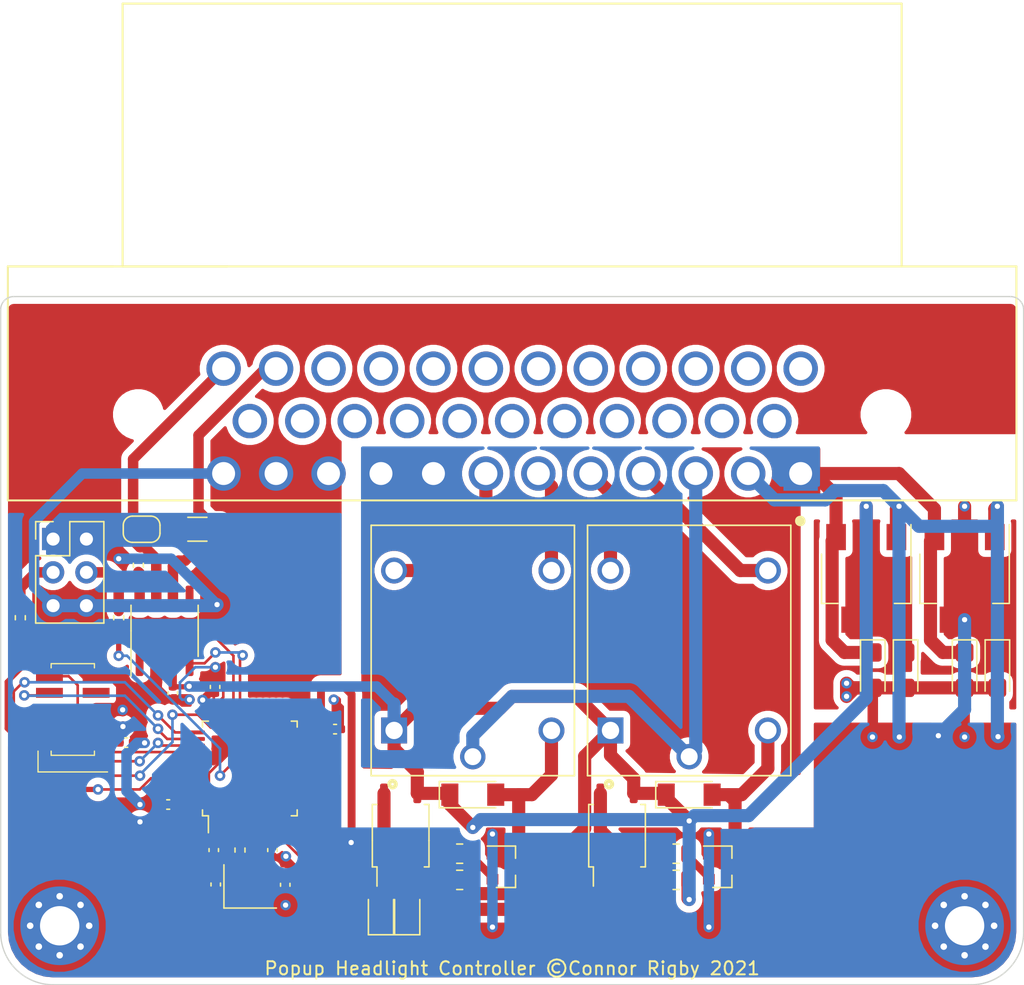
<source format=kicad_pcb>
(kicad_pcb (version 20171130) (host pcbnew 5.1.10)
  (layers (0 F.Cu signal) (31 B.Cu signal) (34 B.Paste user) (35 F.Paste user) (36 B.SilkS user) (37 F.SilkS user) (38 B.Mask user) (39 F.Mask user) (44 Edge.Cuts user))
  (net 0 "")
  (net 1 GND)
  (net 2 +12V)
  (net 3 +3V3)
  (net 4 +5V)
  (net 5 "Net-(D1-Pad2)")
  (net 6 "Net-(D2-Pad2)")
  (net 7 "Net-(D3-Pad2)")
  (net 8 "Net-(D4-Pad2)")
  (net 9 /HL_COM)
  (net 10 /HL1_UP)
  (net 11 /HL2_UP)
  (net 12 /HL1_DN)
  (net 13 /HL2_DN)
  (net 14 /SWDCLK)
  (net 15 /SWDIO)
  (net 16 /SWO)
  (net 17 /CANH)
  (net 18 "Net-(Q1-Pad2)")
  (net 19 "Net-(Q2-Pad2)")
  (net 20 "Net-(R1-Pad1)")
  (net 21 "Net-(R2-Pad1)")
  (net 22 "Net-(R3-Pad2)")
  (net 23 "Net-(R4-Pad2)")
  (net 24 /CANL)
  (net 25 "Net-(JP1-Pad2)")
  (net 26 "Net-(C4-Pad1)")
  (net 27 /HSE_OUT)
  (net 28 /HL1_IN)
  (net 29 /HL2_IN)
  (net 30 /JNTRST)
  (net 31 /TDI)
  (net 32 "Net-(J3-Pad4)")
  (net 33 "Net-(J3-Pad3)")
  (net 34 /BOOT0)
  (net 35 /HSE_IN)
  (net 36 /BOOT1)
  (net 37 "Net-(R9-Pad2)")
  (net 38 /CAN_TX)
  (net 39 /CAN_RX)
  (module Resistor_SMD:R_0402_1005Metric (layer F.Cu) (at 29.5 62.5 270)
    (fp_text reference R9)
    (fp_text value 4.7k)
    (pad 2 smd roundrect (at 0.51 0 270) (size 0.54 0.64) (layers F.Cu F.Paste F.Mask) (net 37 "Net-(R9-Pad2)"))
    (pad 1 smd roundrect (at -0.51 0 270) (size 0.54 0.64) (layers F.Cu F.Paste F.Mask) (net 1 GND))
  )
  (module Resistor_SMD:R_0402_1005Metric (layer F.Cu) (at 28 66.499999 90)
    (fp_text reference R8)
    (fp_text value 100K)
    (pad 2 smd roundrect (at 0.51 0 90) (size 0.54 0.64) (layers F.Cu F.Paste F.Mask) (net 32 "Net-(J3-Pad4)"))
    (pad 1 smd roundrect (at -0.51 0 90) (size 0.54 0.64) (layers F.Cu F.Paste F.Mask) (net 36 /BOOT1))
  )
  (module Resistor_SMD:R_0402_1005Metric (layer F.Cu) (at 37.25 84.225 270)
    (fp_text reference R7)
    (fp_text value 1M)
    (pad 2 smd roundrect (at 0.51 0 270) (size 0.54 0.64) (layers F.Cu F.Paste F.Mask) (net 26 "Net-(C4-Pad1)"))
    (pad 1 smd roundrect (at -0.51 0 270) (size 0.54 0.64) (layers F.Cu F.Paste F.Mask) (net 35 /HSE_IN))
  )
  (module Resistor_SMD:R_0402_1005Metric (layer F.Cu) (at 20.5 66.5 270)
    (fp_text reference R6)
    (fp_text value 100K)
    (pad 2 smd roundrect (at 0.51 0 270) (size 0.54 0.64) (layers F.Cu F.Paste F.Mask) (net 34 /BOOT0))
    (pad 1 smd roundrect (at -0.51 0 270) (size 0.54 0.64) (layers F.Cu F.Paste F.Mask) (net 33 "Net-(J3-Pad3)"))
  )
  (module Connector_PinHeader_2.54mm:PinHeader_2x03_P2.54mm_Vertical (layer F.Cu) (at 23 60.5)
    (fp_text reference J3)
    (fp_text value BOOT)
    (pad 6 thru_hole oval (at 2.54 5.08) (size 1.7 1.7) (drill 1) (layers *.Cu *.Mask) (net 1 GND))
    (pad 5 thru_hole oval (at 0 5.08) (size 1.7 1.7) (drill 1) (layers *.Cu *.Mask) (net 1 GND))
    (pad 4 thru_hole oval (at 2.54 2.54) (size 1.7 1.7) (drill 1) (layers *.Cu *.Mask) (net 32 "Net-(J3-Pad4)"))
    (pad 3 thru_hole oval (at 0 2.54) (size 1.7 1.7) (drill 1) (layers *.Cu *.Mask) (net 33 "Net-(J3-Pad3)"))
    (pad 2 thru_hole oval (at 2.54 0) (size 1.7 1.7) (drill 1) (layers *.Cu *.Mask) (net 3 +3V3))
    (pad 1 thru_hole rect (at 0 0) (size 1.7 1.7) (drill 1) (layers *.Cu *.Mask) (net 3 +3V3))
  )
  (module Capacitor_SMD:C_0402_1005Metric (layer F.Cu) (at 32.125 72.25 270)
    (fp_text reference C13)
    (fp_text value 100n)
    (pad 2 smd roundrect (at 0.48 0 270) (size 0.56 0.62) (layers F.Cu F.Paste F.Mask) (net 1 GND))
    (pad 1 smd roundrect (at -0.48 0 270) (size 0.56 0.62) (layers F.Cu F.Paste F.Mask) (net 4 +5V))
  )
  (module Capacitor_SMD:C_0402_1005Metric (layer F.Cu) (at 35.35 71.78 90)
    (fp_text reference C12)
    (fp_text value 100n)
    (pad 2 smd roundrect (at 0.48 0 90) (size 0.56 0.62) (layers F.Cu F.Paste F.Mask) (net 1 GND))
    (pad 1 smd roundrect (at -0.48 0 90) (size 0.56 0.62) (layers F.Cu F.Paste F.Mask) (net 3 +3V3))
  )
  (module Crystal:Crystal_SMD_3225-4Pin_3.2x2.5mm (layer F.Cu) (at 38.025 87)
    (fp_text reference Y1)
    (fp_text value Crystal_GND24_Small)
    (pad 4 smd rect (at -1.1 -0.85) (size 1.4 1.2) (layers F.Cu F.Paste F.Mask) (net 1 GND))
    (pad 3 smd rect (at 1.1 -0.85) (size 1.4 1.2) (layers F.Cu F.Paste F.Mask) (net 27 /HSE_OUT))
    (pad 2 smd rect (at 1.1 0.85) (size 1.4 1.2) (layers F.Cu F.Paste F.Mask) (net 1 GND))
    (pad 1 smd rect (at -1.1 0.85) (size 1.4 1.2) (layers F.Cu F.Paste F.Mask) (net 26 "Net-(C4-Pad1)"))
  )
  (module miata-headlight-controller:SOP-4_4.1x4.4mm_P2.54mm (layer F.Cu) (at 66 83.5 90)
    (fp_text reference U6)
    (fp_text value "EL357N(B)(TA)-G")
    (pad 1 smd roundrect (at -2.75 -1.27 90) (size 1.5 0.6) (layers F.Cu F.Paste F.Mask) (net 6 "Net-(D2-Pad2)"))
    (pad 2 smd roundrect (at -2.75 1.27 90) (size 1.5 0.6) (layers F.Cu F.Paste F.Mask) (net 21 "Net-(R2-Pad1)"))
    (pad 3 smd roundrect (at 3.6 1.27 90) (size 1.5 0.6) (layers F.Cu F.Paste F.Mask) (net 4 +5V))
    (pad 4 smd roundrect (at 3.6 -1.27 90) (size 1.5 0.6) (layers F.Cu F.Paste F.Mask) (net 23 "Net-(R4-Pad2)"))
  )
  (module miata-headlight-controller:SOP-4_4.1x4.4mm_P2.54mm (layer F.Cu) (at 49.5 83.5 90)
    (fp_text reference U5)
    (fp_text value "EL357N(B)(TA)-G")
    (pad 1 smd roundrect (at -2.75 -1.27 90) (size 1.5 0.6) (layers F.Cu F.Paste F.Mask) (net 5 "Net-(D1-Pad2)"))
    (pad 2 smd roundrect (at -2.75 1.27 90) (size 1.5 0.6) (layers F.Cu F.Paste F.Mask) (net 20 "Net-(R1-Pad1)"))
    (pad 3 smd roundrect (at 3.6 1.27 90) (size 1.5 0.6) (layers F.Cu F.Paste F.Mask) (net 4 +5V))
    (pad 4 smd roundrect (at 3.6 -1.27 90) (size 1.5 0.6) (layers F.Cu F.Paste F.Mask) (net 22 "Net-(R3-Pad2)"))
  )
  (module Package_SO:SOIC-8_3.9x4.9mm_P1.27mm (layer F.Cu) (at 31.5 67.5 90)
    (fp_text reference U4)
    (fp_text value MCP2551-I-SN)
    (pad 1 smd roundrect (at -2.475 -1.905 90) (size 1.95 0.6) (layers F.Cu F.Paste F.Mask) (net 38 /CAN_TX))
    (pad 2 smd roundrect (at -2.475 -0.635 90) (size 1.95 0.6) (layers F.Cu F.Paste F.Mask) (net 1 GND))
    (pad 3 smd roundrect (at -2.475 0.635 90) (size 1.95 0.6) (layers F.Cu F.Paste F.Mask) (net 4 +5V))
    (pad 4 smd roundrect (at -2.475 1.905 90) (size 1.95 0.6) (layers F.Cu F.Paste F.Mask) (net 39 /CAN_RX))
    (pad 5 smd roundrect (at 2.475 1.905 90) (size 1.95 0.6) (layers F.Cu F.Paste F.Mask))
    (pad 6 smd roundrect (at 2.475 0.635 90) (size 1.95 0.6) (layers F.Cu F.Paste F.Mask) (net 24 /CANL))
    (pad 7 smd roundrect (at 2.475 -0.635 90) (size 1.95 0.6) (layers F.Cu F.Paste F.Mask) (net 17 /CANH))
    (pad 8 smd roundrect (at 2.475 -1.905 90) (size 1.95 0.6) (layers F.Cu F.Paste F.Mask) (net 37 "Net-(R9-Pad2)"))
  )
  (module Package_QFP:LQFP-48_7x7mm_P0.5mm (layer F.Cu) (at 38 77.999999 90)
    (fp_text reference U3)
    (fp_text value STM32F103C8Tx)
    (pad 1 smd roundrect (at -4.1625 -2.75 90) (size 1.475 0.3) (layers F.Cu F.Paste F.Mask) (net 3 +3V3))
    (pad 2 smd roundrect (at -4.1625 -2.25 90) (size 1.475 0.3) (layers F.Cu F.Paste F.Mask))
    (pad 3 smd roundrect (at -4.1625 -1.75 90) (size 1.475 0.3) (layers F.Cu F.Paste F.Mask))
    (pad 4 smd roundrect (at -4.1625 -1.25 90) (size 1.475 0.3) (layers F.Cu F.Paste F.Mask))
    (pad 5 smd roundrect (at -4.1625 -0.75 90) (size 1.475 0.3) (layers F.Cu F.Paste F.Mask) (net 35 /HSE_IN))
    (pad 6 smd roundrect (at -4.1625 -0.25 90) (size 1.475 0.3) (layers F.Cu F.Paste F.Mask) (net 27 /HSE_OUT))
    (pad 7 smd roundrect (at -4.1625 0.25 90) (size 1.475 0.3) (layers F.Cu F.Paste F.Mask) (net 3 +3V3))
    (pad 8 smd roundrect (at -4.1625 0.75 90) (size 1.475 0.3) (layers F.Cu F.Paste F.Mask) (net 1 GND))
    (pad 9 smd roundrect (at -4.1625 1.25 90) (size 1.475 0.3) (layers F.Cu F.Paste F.Mask) (net 3 +3V3))
    (pad 10 smd roundrect (at -4.1625 1.75 90) (size 1.475 0.3) (layers F.Cu F.Paste F.Mask))
    (pad 11 smd roundrect (at -4.1625 2.25 90) (size 1.475 0.3) (layers F.Cu F.Paste F.Mask) (net 29 /HL2_IN))
    (pad 12 smd roundrect (at -4.1625 2.75 90) (size 1.475 0.3) (layers F.Cu F.Paste F.Mask) (net 28 /HL1_IN))
    (pad 13 smd roundrect (at -2.75 4.1625 90) (size 0.3 1.475) (layers F.Cu F.Paste F.Mask))
    (pad 14 smd roundrect (at -2.25 4.1625 90) (size 0.3 1.475) (layers F.Cu F.Paste F.Mask))
    (pad 15 smd roundrect (at -1.75 4.1625 90) (size 0.3 1.475) (layers F.Cu F.Paste F.Mask))
    (pad 16 smd roundrect (at -1.25 4.1625 90) (size 0.3 1.475) (layers F.Cu F.Paste F.Mask))
    (pad 17 smd roundrect (at -0.75 4.1625 90) (size 0.3 1.475) (layers F.Cu F.Paste F.Mask))
    (pad 18 smd roundrect (at -0.25 4.1625 90) (size 0.3 1.475) (layers F.Cu F.Paste F.Mask))
    (pad 19 smd roundrect (at 0.25 4.1625 90) (size 0.3 1.475) (layers F.Cu F.Paste F.Mask))
    (pad 20 smd roundrect (at 0.75 4.1625 90) (size 0.3 1.475) (layers F.Cu F.Paste F.Mask) (net 36 /BOOT1))
    (pad 21 smd roundrect (at 1.25 4.1625 90) (size 0.3 1.475) (layers F.Cu F.Paste F.Mask))
    (pad 22 smd roundrect (at 1.75 4.1625 90) (size 0.3 1.475) (layers F.Cu F.Paste F.Mask))
    (pad 23 smd roundrect (at 2.25 4.1625 90) (size 0.3 1.475) (layers F.Cu F.Paste F.Mask) (net 1 GND))
    (pad 24 smd roundrect (at 2.75 4.1625 90) (size 0.3 1.475) (layers F.Cu F.Paste F.Mask) (net 3 +3V3))
    (pad 25 smd roundrect (at 4.1625 2.75 90) (size 1.475 0.3) (layers F.Cu F.Paste F.Mask))
    (pad 26 smd roundrect (at 4.1625 2.25 90) (size 1.475 0.3) (layers F.Cu F.Paste F.Mask))
    (pad 27 smd roundrect (at 4.1625 1.75 90) (size 1.475 0.3) (layers F.Cu F.Paste F.Mask))
    (pad 28 smd roundrect (at 4.1625 1.25 90) (size 1.475 0.3) (layers F.Cu F.Paste F.Mask))
    (pad 29 smd roundrect (at 4.1625 0.75 90) (size 1.475 0.3) (layers F.Cu F.Paste F.Mask))
    (pad 30 smd roundrect (at 4.1625 0.25 90) (size 1.475 0.3) (layers F.Cu F.Paste F.Mask))
    (pad 31 smd roundrect (at 4.1625 -0.25 90) (size 1.475 0.3) (layers F.Cu F.Paste F.Mask))
    (pad 32 smd roundrect (at 4.1625 -0.75 90) (size 1.475 0.3) (layers F.Cu F.Paste F.Mask) (net 39 /CAN_RX))
    (pad 33 smd roundrect (at 4.1625 -1.25 90) (size 1.475 0.3) (layers F.Cu F.Paste F.Mask) (net 38 /CAN_TX))
    (pad 34 smd roundrect (at 4.1625 -1.75 90) (size 1.475 0.3) (layers F.Cu F.Paste F.Mask) (net 15 /SWDIO))
    (pad 35 smd roundrect (at 4.1625 -2.25 90) (size 1.475 0.3) (layers F.Cu F.Paste F.Mask) (net 1 GND))
    (pad 36 smd roundrect (at 4.1625 -2.75 90) (size 1.475 0.3) (layers F.Cu F.Paste F.Mask) (net 3 +3V3))
    (pad 37 smd roundrect (at 2.75 -4.1625 90) (size 0.3 1.475) (layers F.Cu F.Paste F.Mask) (net 14 /SWDCLK))
    (pad 38 smd roundrect (at 2.25 -4.1625 90) (size 0.3 1.475) (layers F.Cu F.Paste F.Mask) (net 31 /TDI))
    (pad 39 smd roundrect (at 1.75 -4.1625 90) (size 0.3 1.475) (layers F.Cu F.Paste F.Mask) (net 16 /SWO))
    (pad 40 smd roundrect (at 1.25 -4.1625 90) (size 0.3 1.475) (layers F.Cu F.Paste F.Mask) (net 30 /JNTRST))
    (pad 41 smd roundrect (at 0.75 -4.1625 90) (size 0.3 1.475) (layers F.Cu F.Paste F.Mask))
    (pad 42 smd roundrect (at 0.25 -4.1625 90) (size 0.3 1.475) (layers F.Cu F.Paste F.Mask))
    (pad 43 smd roundrect (at -0.25 -4.1625 90) (size 0.3 1.475) (layers F.Cu F.Paste F.Mask))
    (pad 44 smd roundrect (at -0.75 -4.1625 90) (size 0.3 1.475) (layers F.Cu F.Paste F.Mask) (net 34 /BOOT0))
    (pad 45 smd roundrect (at -1.25 -4.1625 90) (size 0.3 1.475) (layers F.Cu F.Paste F.Mask))
    (pad 46 smd roundrect (at -1.75 -4.1625 90) (size 0.3 1.475) (layers F.Cu F.Paste F.Mask))
    (pad 47 smd roundrect (at -2.25 -4.1625 90) (size 0.3 1.475) (layers F.Cu F.Paste F.Mask) (net 1 GND))
    (pad 48 smd roundrect (at -2.75 -4.1625 90) (size 0.3 1.475) (layers F.Cu F.Paste F.Mask) (net 3 +3V3))
  )
  (module Package_TO_SOT_SMD:SOT-223-3_TabPin2 (layer F.Cu) (at 85 63.5 270)
    (fp_text reference U2)
    (fp_text value AMS1117-5.0)
    (pad 1 smd rect (at -3.15 -2.3 270) (size 2 1.5) (layers F.Cu F.Paste F.Mask) (net 1 GND))
    (pad 3 smd rect (at -3.15 2.3 270) (size 2 1.5) (layers F.Cu F.Paste F.Mask) (net 2 +12V))
    (pad 2 smd rect (at -3.15 0 270) (size 2 1.5) (layers F.Cu F.Paste F.Mask) (net 4 +5V))
    (pad 2 smd rect (at 3.15 0 270) (size 2 3.8) (layers F.Cu F.Paste F.Mask) (net 4 +5V))
  )
  (module Package_TO_SOT_SMD:SOT-223-3_TabPin2 (layer F.Cu) (at 92.5 63.5 270)
    (fp_text reference U1)
    (fp_text value AMS1117-3.3)
    (pad 1 smd rect (at -3.15 -2.3 270) (size 2 1.5) (layers F.Cu F.Paste F.Mask) (net 1 GND))
    (pad 3 smd rect (at -3.15 2.3 270) (size 2 1.5) (layers F.Cu F.Paste F.Mask) (net 2 +12V))
    (pad 2 smd rect (at -3.15 0 270) (size 2 1.5) (layers F.Cu F.Paste F.Mask) (net 3 +3V3))
    (pad 2 smd rect (at 3.15 0 270) (size 2 3.8) (layers F.Cu F.Paste F.Mask) (net 3 +3V3))
  )
  (module Resistor_SMD:R_1206_3216Metric (layer F.Cu) (at 34 59.75 180)
    (fp_text reference R5)
    (fp_text value 120)
    (pad 2 smd roundrect (at 1.4625 0 180) (size 1.125 1.75) (layers F.Cu F.Paste F.Mask) (roundrect_rratio 0.222222) (net 25 "Net-(JP1-Pad2)"))
    (pad 1 smd roundrect (at -1.4625 0 180) (size 1.125 1.75) (layers F.Cu F.Paste F.Mask) (roundrect_rratio 0.222222) (net 24 /CANL))
  )
  (module Resistor_SMD:R_0805_2012Metric (layer F.Cu) (at 70.5 84.5 180)
    (fp_text reference R4)
    (fp_text value 510)
    (pad 2 smd roundrect (at 0.9125 0 180) (size 1.025 1.4) (layers F.Cu F.Paste F.Mask) (roundrect_rratio 0.243902) (net 23 "Net-(R4-Pad2)"))
    (pad 1 smd roundrect (at -0.9125 0 180) (size 1.025 1.4) (layers F.Cu F.Paste F.Mask) (roundrect_rratio 0.243902) (net 19 "Net-(Q2-Pad2)"))
  )
  (module Resistor_SMD:R_0805_2012Metric (layer F.Cu) (at 54 84.5 180)
    (fp_text reference R3)
    (fp_text value 510)
    (pad 2 smd roundrect (at 0.9125 0 180) (size 1.025 1.4) (layers F.Cu F.Paste F.Mask) (roundrect_rratio 0.243902) (net 22 "Net-(R3-Pad2)"))
    (pad 1 smd roundrect (at -0.9125 0 180) (size 1.025 1.4) (layers F.Cu F.Paste F.Mask) (roundrect_rratio 0.243902) (net 18 "Net-(Q1-Pad2)"))
  )
  (module Resistor_SMD:R_0805_2012Metric (layer F.Cu) (at 70.5 86.5)
    (fp_text reference R2)
    (fp_text value 1k)
    (pad 2 smd roundrect (at 0.9125 0) (size 1.025 1.4) (layers F.Cu F.Paste F.Mask) (roundrect_rratio 0.243902) (net 4 +5V))
    (pad 1 smd roundrect (at -0.9125 0) (size 1.025 1.4) (layers F.Cu F.Paste F.Mask) (roundrect_rratio 0.243902) (net 21 "Net-(R2-Pad1)"))
  )
  (module Resistor_SMD:R_0805_2012Metric (layer F.Cu) (at 54 86.5)
    (fp_text reference R1)
    (fp_text value 1k)
    (pad 2 smd roundrect (at 0.9125 0) (size 1.025 1.4) (layers F.Cu F.Paste F.Mask) (roundrect_rratio 0.243902) (net 4 +5V))
    (pad 1 smd roundrect (at -0.9125 0) (size 1.025 1.4) (layers F.Cu F.Paste F.Mask) (roundrect_rratio 0.243902) (net 20 "Net-(R1-Pad1)"))
  )
  (module Package_TO_SOT_SMD:SOT-23 (layer F.Cu) (at 74 85.5)
    (fp_text reference Q2)
    (fp_text value S8050)
    (pad 3 smd rect (at 1 0) (size 0.9 0.8) (layers F.Cu F.Paste F.Mask) (net 8 "Net-(D4-Pad2)"))
    (pad 2 smd rect (at -1 0.95) (size 0.9 0.8) (layers F.Cu F.Paste F.Mask) (net 19 "Net-(Q2-Pad2)"))
    (pad 1 smd rect (at -1 -0.95) (size 0.9 0.8) (layers F.Cu F.Paste F.Mask) (net 1 GND))
  )
  (module Package_TO_SOT_SMD:SOT-23 (layer F.Cu) (at 57.5 85.5)
    (fp_text reference Q1)
    (fp_text value S8050)
    (pad 3 smd rect (at 1 0) (size 0.9 0.8) (layers F.Cu F.Paste F.Mask) (net 7 "Net-(D3-Pad2)"))
    (pad 2 smd rect (at -1 0.95) (size 0.9 0.8) (layers F.Cu F.Paste F.Mask) (net 18 "Net-(Q1-Pad2)"))
    (pad 1 smd rect (at -1 -0.95) (size 0.9 0.8) (layers F.Cu F.Paste F.Mask) (net 1 GND))
  )
  (module SRD-05VDC-SL-C:RELAY_SRD-05VDC-SL-C (layer F.Cu) (at 71.5 69 90)
    (fp_text reference K2)
    (fp_text value SRD-05VDC-SL-C)
    (pad NC thru_hole circle (at 6.1 -6 90) (size 1.98 1.98) (drill 1.32) (layers *.Cu *.Mask) (net 13 /HL2_DN))
    (pad NO thru_hole circle (at 6.1 6 90) (size 1.98 1.98) (drill 1.32) (layers *.Cu *.Mask) (net 11 /HL2_UP))
    (pad A2 thru_hole circle (at -6.1 6 90) (size 1.98 1.98) (drill 1.32) (layers *.Cu *.Mask) (net 8 "Net-(D4-Pad2)"))
    (pad COM thru_hole circle (at -8.1 0 90) (size 1.935 1.935) (drill 1.29) (layers *.Cu *.Mask) (net 9 /HL_COM))
    (pad A1 thru_hole rect (at -6.1 -6 90) (size 1.98 1.98) (drill 1.32) (layers *.Cu *.Mask) (net 4 +5V))
  )
  (module SRD-05VDC-SL-C:RELAY_SRD-05VDC-SL-C (layer F.Cu) (at 55 69 90)
    (fp_text reference K1)
    (fp_text value SRD-05VDC-SL-C)
    (pad NC thru_hole circle (at 6.1 -6 90) (size 1.98 1.98) (drill 1.32) (layers *.Cu *.Mask) (net 12 /HL1_DN))
    (pad NO thru_hole circle (at 6.1 6 90) (size 1.98 1.98) (drill 1.32) (layers *.Cu *.Mask) (net 10 /HL1_UP))
    (pad A2 thru_hole circle (at -6.1 6 90) (size 1.98 1.98) (drill 1.32) (layers *.Cu *.Mask) (net 7 "Net-(D3-Pad2)"))
    (pad COM thru_hole circle (at -8.1 0 90) (size 1.935 1.935) (drill 1.29) (layers *.Cu *.Mask) (net 9 /HL_COM))
    (pad A1 thru_hole rect (at -6.1 -6 90) (size 1.98 1.98) (drill 1.32) (layers *.Cu *.Mask) (net 4 +5V))
  )
  (module Jumper:SolderJumper-2_P1.3mm_Open_RoundedPad1.0x1.5mm (layer F.Cu) (at 29.75 59.75)
    (fp_text reference JP1)
    (fp_text value Jumper_NO_Small)
    (pad 2 smd custom (at 0.65 0) (size 1 0.5) (layers F.Cu F.Mask) (net 25 "Net-(JP1-Pad2)") (options (clearance outline) (anchor rect)) (primitives (gr_circle (center 0 0.25) (end 0.5 0.25) (width 0)) (gr_circle (center 0 -0.25) (end 0.5 -0.25) (width 0)) (gr_poly (pts (xy 0 -0.75) (xy -0.5 -0.75) (xy -0.5 0.75) (xy 0 0.75)) (width 0))))
    (pad 1 smd custom (at -0.65 0) (size 1 0.5) (layers F.Cu F.Mask) (net 17 /CANH) (options (clearance outline) (anchor rect)) (primitives (gr_circle (center 0 0.25) (end 0.5 0.25) (width 0)) (gr_circle (center 0 -0.25) (end 0.5 -0.25) (width 0)) (gr_poly (pts (xy 0 -0.75) (xy 0.5 -0.75) (xy 0.5 0.75) (xy 0 0.75)) (width 0))))
  )
  (module Connector_Automotive:TE_776180-1 (layer F.Cu) (at 58 51.5 180)
    (fp_text reference J2)
    (fp_text value 776180-1)
    (pad None np_thru_hole circle (at -28.5 0.5 180) (size 2.85 2.85) (drill 2.85) (layers *.Cu *.Mask))
    (pad 1 thru_hole rect (at -22 -4 180) (size 2.625 2.625) (drill 1.75) (layers *.Cu *.Mask) (net 2 +12V))
    (pad 2 thru_hole circle (at -18 -4 180) (size 2.625 2.625) (drill 1.75) (layers *.Cu *.Mask) (net 1 GND))
    (pad 3 thru_hole circle (at -14 -4 180) (size 2.625 2.625) (drill 1.75) (layers *.Cu *.Mask) (net 9 /HL_COM))
    (pad 4 thru_hole circle (at -10 -4 180) (size 2.625 2.625) (drill 1.75) (layers *.Cu *.Mask) (net 11 /HL2_UP))
    (pad 5 thru_hole circle (at -6 -4 180) (size 2.625 2.625) (drill 1.75) (layers *.Cu *.Mask) (net 13 /HL2_DN))
    (pad 6 thru_hole circle (at -2 -4 180) (size 2.625 2.625) (drill 1.75) (layers *.Cu *.Mask) (net 10 /HL1_UP))
    (pad 7 thru_hole circle (at 2 -4 180) (size 2.625 2.625) (drill 1.75) (layers *.Cu *.Mask) (net 12 /HL1_DN))
    (pad 8 thru_hole circle (at 6 -4 180) (size 2.625 2.625) (drill 1.75) (layers *.Cu *.Mask) (net 2 +12V))
    (pad 9 thru_hole circle (at 10 -4 180) (size 2.625 2.625) (drill 1.75) (layers *.Cu *.Mask) (net 2 +12V))
    (pad 10 thru_hole circle (at 14 -4 180) (size 2.625 2.625) (drill 1.75) (layers *.Cu *.Mask) (net 1 GND))
    (pad 11 thru_hole circle (at 18 -4 180) (size 2.625 2.625) (drill 1.75) (layers *.Cu *.Mask) (net 1 GND))
    (pad 12 thru_hole circle (at 22 -4 180) (size 2.625 2.625) (drill 1.75) (layers *.Cu *.Mask) (net 1 GND))
    (pad 13 thru_hole circle (at -20 0 180) (size 2.625 2.625) (drill 1.75) (layers *.Cu *.Mask))
    (pad 14 thru_hole circle (at -16 0 180) (size 2.625 2.625) (drill 1.75) (layers *.Cu *.Mask))
    (pad 15 thru_hole circle (at -12 0 180) (size 2.625 2.625) (drill 1.75) (layers *.Cu *.Mask))
    (pad 16 thru_hole circle (at -8 0 180) (size 2.625 2.625) (drill 1.75) (layers *.Cu *.Mask))
    (pad 17 thru_hole circle (at -4 0 180) (size 2.625 2.625) (drill 1.75) (layers *.Cu *.Mask))
    (pad 18 thru_hole circle (at 0 0 180) (size 2.625 2.625) (drill 1.75) (layers *.Cu *.Mask))
    (pad 19 thru_hole circle (at 4 0 180) (size 2.625 2.625) (drill 1.75) (layers *.Cu *.Mask))
    (pad 20 thru_hole circle (at 8 0 180) (size 2.625 2.625) (drill 1.75) (layers *.Cu *.Mask))
    (pad 21 thru_hole circle (at 12 0 180) (size 2.625 2.625) (drill 1.75) (layers *.Cu *.Mask))
    (pad 22 thru_hole circle (at 16 0 180) (size 2.625 2.625) (drill 1.75) (layers *.Cu *.Mask))
    (pad 23 thru_hole circle (at 20 0 180) (size 2.625 2.625) (drill 1.75) (layers *.Cu *.Mask))
    (pad None np_thru_hole circle (at 28.5 0.5 180) (size 2.85 2.85) (drill 2.85) (layers *.Cu *.Mask))
    (pad 24 thru_hole circle (at -22 4 180) (size 2.625 2.625) (drill 1.75) (layers *.Cu *.Mask))
    (pad 25 thru_hole circle (at -18 4 180) (size 2.625 2.625) (drill 1.75) (layers *.Cu *.Mask))
    (pad 26 thru_hole circle (at -14 4 180) (size 2.625 2.625) (drill 1.75) (layers *.Cu *.Mask))
    (pad 27 thru_hole circle (at -10 4 180) (size 2.625 2.625) (drill 1.75) (layers *.Cu *.Mask))
    (pad 28 thru_hole circle (at -6 4 180) (size 2.625 2.625) (drill 1.75) (layers *.Cu *.Mask))
    (pad 29 thru_hole circle (at -2 4 180) (size 2.625 2.625) (drill 1.75) (layers *.Cu *.Mask))
    (pad 30 thru_hole circle (at 2 4 180) (size 2.625 2.625) (drill 1.75) (layers *.Cu *.Mask))
    (pad 31 thru_hole circle (at 6 4 180) (size 2.625 2.625) (drill 1.75) (layers *.Cu *.Mask))
    (pad 32 thru_hole circle (at 10 4 180) (size 2.625 2.625) (drill 1.75) (layers *.Cu *.Mask))
    (pad 33 thru_hole circle (at 14 4 180) (size 2.625 2.625) (drill 1.75) (layers *.Cu *.Mask))
    (pad 34 thru_hole circle (at 18 4 180) (size 2.625 2.625) (drill 1.75) (layers *.Cu *.Mask) (net 24 /CANL))
    (pad 35 thru_hole circle (at 22 4 180) (size 2.625 2.625) (drill 1.75) (layers *.Cu *.Mask) (net 17 /CANH))
  )
  (module Connector_SWD:20021221-00010C4LF (layer F.Cu) (at 24.5 73.5 90)
    (fp_text reference J1)
    (fp_text value Conn_ARM_JTAG_SWD_10)
    (pad 1 smd rect (at -2.54 1.78 90) (size 0.76 2.05) (layers F.Cu F.Paste F.Mask) (net 3 +3V3))
    (pad 2 smd rect (at -2.54 -1.78 90) (size 0.76 2.05) (layers F.Cu F.Paste F.Mask) (net 15 /SWDIO))
    (pad 3 smd rect (at -1.27 1.78 90) (size 0.76 2.05) (layers F.Cu F.Paste F.Mask) (net 1 GND))
    (pad 4 smd rect (at -1.27 -1.78 90) (size 0.76 2.05) (layers F.Cu F.Paste F.Mask) (net 14 /SWDCLK))
    (pad 5 smd rect (at 0 1.78 90) (size 0.76 2.05) (layers F.Cu F.Paste F.Mask) (net 1 GND))
    (pad 6 smd rect (at 0 -1.78 90) (size 0.76 2.05) (layers F.Cu F.Paste F.Mask) (net 16 /SWO))
    (pad 7 smd rect (at 1.27 1.78 90) (size 0.76 2.05) (layers F.Cu F.Paste F.Mask))
    (pad 8 smd rect (at 1.27 -1.78 90) (size 0.76 2.05) (layers F.Cu F.Paste F.Mask) (net 31 /TDI))
    (pad 9 smd rect (at 2.54 1.78 90) (size 0.76 2.05) (layers F.Cu F.Paste F.Mask) (net 1 GND))
    (pad 10 smd rect (at 2.54 -1.78 90) (size 0.76 2.05) (layers F.Cu F.Paste F.Mask) (net 30 /JNTRST))
  )
  (module MountingHole:MountingHole_3mm_Pad_Via (layer F.Cu) (at 92.5 90)
    (fp_text reference H2)
    (fp_text value MountingHole_Pad)
    (pad 1 thru_hole circle (at 1.59099 -1.59099) (size 0.8 0.8) (drill 0.5) (layers *.Cu *.Mask) (net 1 GND))
    (pad 1 thru_hole circle (at 0 -2.25) (size 0.8 0.8) (drill 0.5) (layers *.Cu *.Mask) (net 1 GND))
    (pad 1 thru_hole circle (at -1.59099 -1.59099) (size 0.8 0.8) (drill 0.5) (layers *.Cu *.Mask) (net 1 GND))
    (pad 1 thru_hole circle (at -2.25 0) (size 0.8 0.8) (drill 0.5) (layers *.Cu *.Mask) (net 1 GND))
    (pad 1 thru_hole circle (at -1.59099 1.59099) (size 0.8 0.8) (drill 0.5) (layers *.Cu *.Mask) (net 1 GND))
    (pad 1 thru_hole circle (at 0 2.25) (size 0.8 0.8) (drill 0.5) (layers *.Cu *.Mask) (net 1 GND))
    (pad 1 thru_hole circle (at 1.59099 1.59099) (size 0.8 0.8) (drill 0.5) (layers *.Cu *.Mask) (net 1 GND))
    (pad 1 thru_hole circle (at 2.25 0) (size 0.8 0.8) (drill 0.5) (layers *.Cu *.Mask) (net 1 GND))
    (pad 1 thru_hole circle (at 0 0) (size 6 6) (drill 3) (layers *.Cu *.Mask) (net 1 GND))
  )
  (module MountingHole:MountingHole_3mm_Pad_Via (layer F.Cu) (at 23.5 90)
    (fp_text reference H1)
    (fp_text value MountingHole_Pad)
    (pad 1 thru_hole circle (at 1.59099 -1.59099) (size 0.8 0.8) (drill 0.5) (layers *.Cu *.Mask) (net 1 GND))
    (pad 1 thru_hole circle (at 0 -2.25) (size 0.8 0.8) (drill 0.5) (layers *.Cu *.Mask) (net 1 GND))
    (pad 1 thru_hole circle (at -1.59099 -1.59099) (size 0.8 0.8) (drill 0.5) (layers *.Cu *.Mask) (net 1 GND))
    (pad 1 thru_hole circle (at -2.25 0) (size 0.8 0.8) (drill 0.5) (layers *.Cu *.Mask) (net 1 GND))
    (pad 1 thru_hole circle (at -1.59099 1.59099) (size 0.8 0.8) (drill 0.5) (layers *.Cu *.Mask) (net 1 GND))
    (pad 1 thru_hole circle (at 0 2.25) (size 0.8 0.8) (drill 0.5) (layers *.Cu *.Mask) (net 1 GND))
    (pad 1 thru_hole circle (at 1.59099 1.59099) (size 0.8 0.8) (drill 0.5) (layers *.Cu *.Mask) (net 1 GND))
    (pad 1 thru_hole circle (at 2.25 0) (size 0.8 0.8) (drill 0.5) (layers *.Cu *.Mask) (net 1 GND))
    (pad 1 thru_hole circle (at 0 0) (size 6 6) (drill 3) (layers *.Cu *.Mask) (net 1 GND))
  )
  (module Diode_SMD:D_MiniMELF (layer F.Cu) (at 71.5 80)
    (fp_text reference D4)
    (fp_text value ZMM5V6)
    (pad 2 smd rect (at 1.75 0) (size 1.3 1.7) (layers F.Cu F.Paste F.Mask) (net 8 "Net-(D4-Pad2)"))
    (pad 1 smd rect (at -1.75 0) (size 1.3 1.7) (layers F.Cu F.Paste F.Mask) (net 4 +5V))
  )
  (module Diode_SMD:D_MiniMELF (layer F.Cu) (at 55 80)
    (fp_text reference D3)
    (fp_text value ZMM5V6)
    (pad 2 smd rect (at 1.75 0) (size 1.3 1.7) (layers F.Cu F.Paste F.Mask) (net 7 "Net-(D3-Pad2)"))
    (pad 1 smd rect (at -1.75 0) (size 1.3 1.7) (layers F.Cu F.Paste F.Mask) (net 4 +5V))
  )
  (module LED_SMD:LED_0805_2012Metric (layer F.Cu) (at 50 89 90)
    (fp_text reference D2)
    (fp_text value RED)
    (pad 2 smd roundrect (at 0.9375 0 90) (size 0.975 1.4) (layers F.Cu F.Paste F.Mask) (net 6 "Net-(D2-Pad2)"))
    (pad 1 smd roundrect (at -0.9375 0 90) (size 0.975 1.4) (layers F.Cu F.Paste F.Mask) (net 29 /HL2_IN))
  )
  (module LED_SMD:LED_0805_2012Metric (layer F.Cu) (at 48 89 90)
    (fp_text reference D1)
    (fp_text value RED)
    (pad 2 smd roundrect (at 0.9375 0 90) (size 0.975 1.4) (layers F.Cu F.Paste F.Mask) (net 5 "Net-(D1-Pad2)"))
    (pad 1 smd roundrect (at -0.9375 0 90) (size 0.975 1.4) (layers F.Cu F.Paste F.Mask) (net 28 /HL1_IN))
  )
  (module Capacitor_SMD:C_0402_1005Metric (layer F.Cu) (at 39.725 84.225 270)
    (fp_text reference C11)
    (fp_text value 100n)
    (pad 2 smd roundrect (at 0.48 0 270) (size 0.56 0.62) (layers F.Cu F.Paste F.Mask) (net 1 GND))
    (pad 1 smd roundrect (at -0.48 0 270) (size 0.56 0.62) (layers F.Cu F.Paste F.Mask) (net 3 +3V3))
  )
  (module Capacitor_SMD:C_0402_1005Metric (layer F.Cu) (at 31.775 80.75 180)
    (fp_text reference C10)
    (fp_text value 100n)
    (pad 2 smd roundrect (at 0.48 0 180) (size 0.56 0.62) (layers F.Cu F.Paste F.Mask) (net 1 GND))
    (pad 1 smd roundrect (at -0.48 0 180) (size 0.56 0.62) (layers F.Cu F.Paste F.Mask) (net 3 +3V3))
  )
  (module Capacitor_SMD:C_0402_1005Metric (layer F.Cu) (at 35.25 84.225 270)
    (fp_text reference C9)
    (fp_text value 100n)
    (pad 2 smd roundrect (at 0.48 0 270) (size 0.56 0.62) (layers F.Cu F.Paste F.Mask) (net 1 GND))
    (pad 1 smd roundrect (at -0.48 0 270) (size 0.56 0.62) (layers F.Cu F.Paste F.Mask) (net 3 +3V3))
  )
  (module Capacitor_SMD:C_0402_1005Metric (layer F.Cu) (at 44.5 75)
    (fp_text reference C8)
    (fp_text value 100n)
    (pad 2 smd roundrect (at 0.48 0) (size 0.56 0.62) (layers F.Cu F.Paste F.Mask) (net 1 GND))
    (pad 1 smd roundrect (at -0.48 0) (size 0.56 0.62) (layers F.Cu F.Paste F.Mask) (net 3 +3V3))
  )
  (module Capacitor_Tantalum_SMD:CP_EIA-3216-18_Kemet-A (layer F.Cu) (at 88 70.5 270)
    (fp_text reference C7)
    (fp_text value 10u)
    (pad 2 smd roundrect (at 1.35 0 270) (size 1.4 1.35) (layers F.Cu F.Paste F.Mask) (roundrect_rratio 0.185185) (net 1 GND))
    (pad 1 smd roundrect (at -1.35 0 270) (size 1.4 1.35) (layers F.Cu F.Paste F.Mask) (roundrect_rratio 0.185185) (net 4 +5V))
  )
  (module Capacitor_SMD:C_0402_1005Metric (layer F.Cu) (at 40.7 86.875 270)
    (fp_text reference C6)
    (fp_text value 12p)
    (pad 2 smd roundrect (at 0.48 0 270) (size 0.56 0.62) (layers F.Cu F.Paste F.Mask) (net 1 GND))
    (pad 1 smd roundrect (at -0.48 0 270) (size 0.56 0.62) (layers F.Cu F.Paste F.Mask) (net 27 /HSE_OUT))
  )
  (module Capacitor_SMD:C_0402_1005Metric (layer F.Cu) (at 28.575 76.025)
    (fp_text reference C5)
    (fp_text value 100n)
    (pad 2 smd roundrect (at 0.48 0) (size 0.56 0.62) (layers F.Cu F.Paste F.Mask) (net 1 GND))
    (pad 1 smd roundrect (at -0.48 0) (size 0.56 0.62) (layers F.Cu F.Paste F.Mask) (net 3 +3V3))
  )
  (module Capacitor_SMD:C_0402_1005Metric (layer F.Cu) (at 35.4 86.85 90)
    (fp_text reference C4)
    (fp_text value 12p)
    (pad 2 smd roundrect (at 0.48 0 90) (size 0.56 0.62) (layers F.Cu F.Paste F.Mask) (net 1 GND))
    (pad 1 smd roundrect (at -0.48 0 90) (size 0.56 0.62) (layers F.Cu F.Paste F.Mask) (net 26 "Net-(C4-Pad1)"))
  )
  (module Capacitor_Tantalum_SMD:CP_EIA-3216-18_Kemet-A (layer F.Cu) (at 92.5 70.5 270)
    (fp_text reference C3)
    (fp_text value 10u)
    (pad 2 smd roundrect (at 1.35 0 270) (size 1.4 1.35) (layers F.Cu F.Paste F.Mask) (roundrect_rratio 0.185185) (net 1 GND))
    (pad 1 smd roundrect (at -1.35 0 270) (size 1.4 1.35) (layers F.Cu F.Paste F.Mask) (roundrect_rratio 0.185185) (net 2 +12V))
  )
  (module Capacitor_Tantalum_SMD:CP_EIA-3216-18_Kemet-A (layer F.Cu) (at 95 70.5 270)
    (fp_text reference C2)
    (fp_text value 10u)
    (pad 2 smd roundrect (at 1.35 0 270) (size 1.4 1.35) (layers F.Cu F.Paste F.Mask) (roundrect_rratio 0.185185) (net 1 GND))
    (pad 1 smd roundrect (at -1.35 0 270) (size 1.4 1.35) (layers F.Cu F.Paste F.Mask) (roundrect_rratio 0.185185) (net 3 +3V3))
  )
  (module Capacitor_Tantalum_SMD:CP_EIA-3216-18_Kemet-A (layer F.Cu) (at 85.5 70.5 270)
    (fp_text reference C1)
    (fp_text value 10u)
    (pad 2 smd roundrect (at 1.35 0 270) (size 1.4 1.35) (layers F.Cu F.Paste F.Mask) (roundrect_rratio 0.185185) (net 1 GND))
    (pad 1 smd roundrect (at -1.35 0 270) (size 1.4 1.35) (layers F.Cu F.Paste F.Mask) (roundrect_rratio 0.185185) (net 2 +12V))
  )
  (gr_text "Popup Headlight Controller ©Connor Rigby 2021" (at 58 93.25) (layer F.SilkS) (effects (font (size 1 1))))
  (gr_arc (start 23 90.5) (end 19 90.5) (angle -90) (layer Edge.Cuts) (width 0.1))
  (gr_arc (start 93 90.5) (end 93 94.5) (angle -90) (layer Edge.Cuts) (width 0.1))
  (gr_arc (start 96 43) (end 97 43) (angle -90) (layer Edge.Cuts) (width 0.1))
  (gr_arc (start 20 43) (end 20 42) (angle -90) (layer Edge.Cuts) (width 0.1))
  (gr_line (start 97 43) (end 97 90.5) (layer Edge.Cuts) (width 0.1))
  (gr_line (start 20 42) (end 96 42) (layer Edge.Cuts) (width 0.1))
  (gr_line (start 19 90.5) (end 19 43) (layer Edge.Cuts) (width 0.1))
  (gr_line (start 93 94.5) (end 23 94.5) (layer Edge.Cuts) (width 0.1))
  (via (at 73 83) (size 0.8) (drill 0.4) (layers F.Cu B.Cu) (net 1))
  (segment (start 73 84.55) (end 73 83) (width 1) (layer F.Cu) (net 1))
  (via (at 56.5 83) (size 0.8) (drill 0.4) (layers F.Cu B.Cu) (net 1))
  (segment (start 56.5 84.55) (end 56.5 83) (width 1) (layer F.Cu) (net 1))
  (via (at 87.5 58) (size 0.8) (drill 0.4) (layers F.Cu B.Cu) (net 1))
  (segment (start 87.3 58.2) (end 87.5 58) (width 1) (layer F.Cu) (net 1))
  (segment (start 87.3 60.35) (end 87.3 58.2) (width 1) (layer F.Cu) (net 1))
  (via (at 95 58) (size 0.8) (drill 0.4) (layers F.Cu B.Cu) (net 1))
  (segment (start 94.8 58.2) (end 95 58) (width 1) (layer F.Cu) (net 1))
  (segment (start 94.8 60.35) (end 94.8 58.2) (width 1) (layer F.Cu) (net 1))
  (segment (start 95 71.85) (end 92.5 71.85) (width 1) (layer F.Cu) (net 1))
  (segment (start 85.5 71.85) (end 87.5 71.85) (width 1) (layer F.Cu) (net 1))
  (segment (start 87.5 71.85) (end 92.5 71.85) (width 1) (layer F.Cu) (net 1))
  (via (at 83.5 71.5) (size 0.8) (drill 0.4) (layers F.Cu B.Cu) (net 1))
  (segment (start 83.85 71.85) (end 83.5 71.5) (width 1) (layer F.Cu) (net 1))
  (segment (start 85.5 71.85) (end 83.85 71.85) (width 1) (layer F.Cu) (net 1))
  (via (at 83.5 72.5) (size 0.8) (drill 0.4) (layers F.Cu B.Cu) (net 1))
  (segment (start 84.15 71.85) (end 83.5 72.5) (width 1) (layer F.Cu) (net 1))
  (segment (start 85.5 71.85) (end 84.15 71.85) (width 1) (layer F.Cu) (net 1))
  (segment (start 83.5 72.5) (end 83.5 71.5) (width 1) (layer F.Cu) (net 1))
  (segment (start 31.90501 80.13999) (end 31.295 80.75) (width 0.2) (layer F.Cu) (net 1))
  (segment (start 32.57726 80.13999) (end 31.90501 80.13999) (width 0.2) (layer F.Cu) (net 1))
  (segment (start 32.687269 80.249999) (end 32.57726 80.13999) (width 0.2) (layer F.Cu) (net 1))
  (segment (start 33.8375 80.249999) (end 32.687269 80.249999) (width 0.2) (layer F.Cu) (net 1))
  (segment (start 40.205 87.85) (end 40.7 87.355) (width 0.2) (layer F.Cu) (net 1))
  (segment (start 39.125 87.85) (end 40.205 87.85) (width 0.2) (layer F.Cu) (net 1))
  (segment (start 36.705 86.37) (end 36.925 86.15) (width 0.2) (layer F.Cu) (net 1))
  (segment (start 35.4 86.37) (end 36.705 86.37) (width 0.2) (layer F.Cu) (net 1))
  (segment (start 35.25 86.22) (end 35.4 86.37) (width 0.2) (layer F.Cu) (net 1))
  (segment (start 35.25 84.705) (end 35.25 86.22) (width 0.2) (layer F.Cu) (net 1))
  (segment (start 39.725 84.67727) (end 39.725 84.705) (width 0.2) (layer F.Cu) (net 1))
  (segment (start 38.75 83.70227) (end 39.725 84.67727) (width 0.2) (layer F.Cu) (net 1))
  (segment (start 38.75 82.162499) (end 38.75 83.70227) (width 0.2) (layer F.Cu) (net 1))
  (segment (start 40.745 84.705) (end 40.75 84.7) (width 0.2) (layer F.Cu) (net 1))
  (via (at 40.75 84.7) (size 0.8) (drill 0.4) (layers F.Cu B.Cu) (net 1))
  (segment (start 39.725 84.705) (end 40.745 84.705) (width 0.2) (layer F.Cu) (net 1))
  (via (at 40.725 88.425) (size 0.8) (drill 0.4) (layers F.Cu B.Cu) (net 1))
  (segment (start 40.7 88.4) (end 40.725 88.425) (width 0.2) (layer F.Cu) (net 1))
  (segment (start 40.7 87.355) (end 40.7 88.4) (width 0.2) (layer F.Cu) (net 1))
  (via (at 28.3 73.525) (size 0.8) (drill 0.4) (layers F.Cu B.Cu) (net 1))
  (segment (start 28.275 73.5) (end 28.3 73.525) (width 1) (layer F.Cu) (net 1))
  (segment (start 26.28 73.5) (end 28.275 73.5) (width 1) (layer F.Cu) (net 1))
  (segment (start 28.3 71.584998) (end 28.3 73.525) (width 1) (layer F.Cu) (net 1))
  (segment (start 27.675002 70.96) (end 28.3 71.584998) (width 1) (layer F.Cu) (net 1))
  (segment (start 26.28 70.96) (end 27.675002 70.96) (width 1) (layer F.Cu) (net 1))
  (segment (start 35.975 71.925) (end 35.35 71.3) (width 0.2) (layer F.Cu) (net 1))
  (segment (start 35.975 72.56727) (end 35.975 71.925) (width 0.2) (layer F.Cu) (net 1))
  (segment (start 35.75 72.79227) (end 35.975 72.56727) (width 0.2) (layer F.Cu) (net 1))
  (segment (start 35.75 73.837499) (end 35.75 72.79227) (width 0.2) (layer F.Cu) (net 1))
  (segment (start 35.35 70.3) (end 35.375 70.275) (width 0.8) (layer F.Cu) (net 1))
  (via (at 35.375 70.275) (size 0.8) (drill 0.4) (layers F.Cu B.Cu) (net 1))
  (segment (start 35.35 71.3) (end 35.35 70.3) (width 0.8) (layer F.Cu) (net 1))
  (via (at 33.4 72.75) (size 0.8) (drill 0.4) (layers F.Cu B.Cu) (net 1))
  (segment (start 33.38 72.73) (end 33.4 72.75) (width 0.8) (layer F.Cu) (net 1))
  (segment (start 32.125 72.73) (end 33.38 72.73) (width 0.8) (layer F.Cu) (net 1))
  (segment (start 31.815 72.73) (end 32.125 72.73) (width 0.6) (layer F.Cu) (net 1))
  (segment (start 30.865 71.78) (end 31.815 72.73) (width 0.6) (layer F.Cu) (net 1))
  (segment (start 30.865 69.975) (end 30.865 71.78) (width 0.6) (layer F.Cu) (net 1))
  (segment (start 44.230001 75.749999) (end 44.98 75) (width 0.2) (layer F.Cu) (net 1))
  (segment (start 42.1625 75.749999) (end 44.230001 75.749999) (width 0.2) (layer F.Cu) (net 1))
  (via (at 29.625 80.75) (size 0.8) (drill 0.4) (layers F.Cu B.Cu) (net 1))
  (segment (start 31.295 80.75) (end 29.625 80.75) (width 0.4) (layer F.Cu) (net 1))
  (via (at 28 62) (size 0.8) (drill 0.4) (layers F.Cu B.Cu) (net 1))
  (segment (start 28.01 61.99) (end 28 62) (width 0.4) (layer F.Cu) (net 1))
  (segment (start 29.5 61.99) (end 28.01 61.99) (width 0.4) (layer F.Cu) (net 1))
  (segment (start 23 65.58) (end 25.54 65.58) (width 1) (layer B.Cu) (net 1))
  (via (at 35.5 65.5) (size 0.8) (drill 0.4) (layers F.Cu B.Cu) (net 1))
  (segment (start 35.42 65.58) (end 35.5 65.5) (width 1) (layer B.Cu) (net 1))
  (segment (start 25.54 65.58) (end 35.42 65.58) (width 1) (layer B.Cu) (net 1))
  (via (at 29.975 76.049999) (size 0.8) (drill 0.4) (layers F.Cu B.Cu) (net 1))
  (segment (start 29.950001 76.025) (end 29.975 76.049999) (width 0.4) (layer F.Cu) (net 1))
  (segment (start 29.055 76.025) (end 29.950001 76.025) (width 0.4) (layer F.Cu) (net 1))
  (via (at 44.4 72.75) (size 0.8) (drill 0.4) (layers F.Cu B.Cu) (net 1))
  (segment (start 44.98 73.33) (end 44.4 72.75) (width 0.4) (layer F.Cu) (net 1))
  (segment (start 44.98 75) (end 44.98 73.33) (width 0.4) (layer F.Cu) (net 1))
  (via (at 56.5 90.1) (size 0.8) (drill 0.4) (layers F.Cu B.Cu) (net 1))
  (segment (start 56.5 83) (end 56.5 90.1) (width 0.8) (layer B.Cu) (net 1))
  (via (at 73 90.1) (size 0.8) (drill 0.4) (layers F.Cu B.Cu) (net 1))
  (segment (start 73 83) (end 73 90.1) (width 0.8) (layer B.Cu) (net 1))
  (segment (start 85.5 75.575) (end 85.475 75.6) (width 0.8) (layer F.Cu) (net 1))
  (via (at 85.475 75.6) (size 0.8) (drill 0.4) (layers F.Cu B.Cu) (net 1))
  (segment (start 85.5 71.85) (end 85.5 75.575) (width 0.8) (layer F.Cu) (net 1))
  (via (at 87.525 75.6) (size 0.8) (drill 0.4) (layers F.Cu B.Cu) (net 1))
  (segment (start 87.5 75.575) (end 87.525 75.6) (width 0.8) (layer F.Cu) (net 1))
  (segment (start 87.5 71.85) (end 87.5 75.575) (width 0.8) (layer F.Cu) (net 1))
  (via (at 92.5 75.6) (size 0.8) (drill 0.4) (layers F.Cu B.Cu) (net 1))
  (segment (start 92.5 71.85) (end 92.5 75.6) (width 0.8) (layer F.Cu) (net 1))
  (via (at 95.05 75.575) (size 0.8) (drill 0.4) (layers F.Cu B.Cu) (net 1))
  (segment (start 95 75.525) (end 95.05 75.575) (width 0.8) (layer F.Cu) (net 1))
  (segment (start 95 71.85) (end 95 75.525) (width 0.8) (layer F.Cu) (net 1))
  (segment (start 78.012501 57.512501) (end 76 55.5) (width 1) (layer B.Cu) (net 1))
  (segment (start 81.872501 57.512501) (end 78.012501 57.512501) (width 1) (layer B.Cu) (net 1))
  (segment (start 82.585012 56.79999) (end 81.872501 57.512501) (width 1) (layer B.Cu) (net 1))
  (segment (start 86.29999 56.79999) (end 82.585012 56.79999) (width 1) (layer B.Cu) (net 1))
  (segment (start 87.5 58) (end 86.29999 56.79999) (width 1) (layer B.Cu) (net 1))
  (segment (start 95 58) (end 95 59.2) (width 1) (layer B.Cu) (net 1))
  (segment (start 95 59.2) (end 94.675 59.525) (width 1) (layer B.Cu) (net 1))
  (segment (start 89.025 59.525) (end 87.5 58) (width 1) (layer B.Cu) (net 1))
  (segment (start 94.675 59.525) (end 89.025 59.525) (width 1) (layer B.Cu) (net 1))
  (segment (start 36 55.5) (end 44 55.5) (width 1) (layer F.Cu) (net 1))
  (segment (start 95 75.525) (end 95.05 75.575) (width 1) (layer B.Cu) (net 1))
  (segment (start 95 58) (end 95 75.525) (width 1) (layer B.Cu) (net 1))
  (segment (start 87.5 75.575) (end 87.525 75.6) (width 1) (layer B.Cu) (net 1))
  (segment (start 87.5 58) (end 87.5 75.575) (width 1) (layer B.Cu) (net 1))
  (segment (start 28.599999 79.724999) (end 29.625 80.75) (width 0.8) (layer B.Cu) (net 1))
  (segment (start 28.599999 76.859315) (end 28.599999 79.724999) (width 0.8) (layer B.Cu) (net 1))
  (segment (start 29.409315 76.049999) (end 28.599999 76.859315) (width 0.8) (layer B.Cu) (net 1))
  (segment (start 29.975 76.049999) (end 29.409315 76.049999) (width 0.8) (layer B.Cu) (net 1))
  (segment (start 37.488999 75.749999) (end 34.875 78.363998) (width 0.2) (layer F.Cu) (net 1))
  (segment (start 42.1625 75.749999) (end 37.488999 75.749999) (width 0.2) (layer F.Cu) (net 1))
  (segment (start 34.705326 80.249999) (end 33.8375 80.249999) (width 0.2) (layer F.Cu) (net 1))
  (segment (start 34.875 80.080325) (end 34.705326 80.249999) (width 0.2) (layer F.Cu) (net 1))
  (segment (start 34.875 78.363998) (end 34.875 80.080325) (width 0.2) (layer F.Cu) (net 1))
  (segment (start 21.549999 64.129999) (end 23 65.58) (width 0.8) (layer B.Cu) (net 1))
  (segment (start 21.549999 59.169999) (end 21.549999 64.129999) (width 0.8) (layer B.Cu) (net 1))
  (segment (start 25.219998 55.5) (end 21.549999 59.169999) (width 0.8) (layer B.Cu) (net 1))
  (segment (start 36 55.5) (end 25.219998 55.5) (width 0.8) (layer B.Cu) (net 1))
  (segment (start 32 62) (end 35.5 65.5) (width 0.8) (layer B.Cu) (net 1))
  (segment (start 28 62) (end 32 62) (width 0.8) (layer B.Cu) (net 1))
  (segment (start 33.837875 70.275) (end 35.375 70.275) (width 0.2) (layer B.Cu) (net 1))
  (segment (start 32.672828 71.440047) (end 33.837875 70.275) (width 0.2) (layer B.Cu) (net 1))
  (segment (start 32.672828 72.588513) (end 32.672828 71.440047) (width 0.2) (layer B.Cu) (net 1))
  (segment (start 32.834315 72.75) (end 32.672828 72.588513) (width 0.2) (layer B.Cu) (net 1))
  (segment (start 33.4 72.75) (end 32.834315 72.75) (width 0.2) (layer B.Cu) (net 1))
  (segment (start 80 55.5) (end 81 55.5) (width 1) (layer F.Cu) (net 2))
  (segment (start 82.7 57.2) (end 82.7 60.35) (width 1) (layer F.Cu) (net 2))
  (segment (start 81 55.5) (end 82.7 57.2) (width 1) (layer F.Cu) (net 2))
  (segment (start 80 55.5) (end 87.5 55.5) (width 1) (layer F.Cu) (net 2))
  (segment (start 90.2 58.2) (end 90.2 60.35) (width 1) (layer F.Cu) (net 2))
  (segment (start 87.5 55.5) (end 90.2 58.2) (width 1) (layer F.Cu) (net 2))
  (segment (start 89.899999 60.650001) (end 90.2 60.35) (width 1) (layer F.Cu) (net 2))
  (segment (start 89.899999 68.210001) (end 89.899999 60.650001) (width 1) (layer F.Cu) (net 2))
  (segment (start 90.839998 69.15) (end 89.899999 68.210001) (width 1) (layer F.Cu) (net 2))
  (segment (start 92.5 69.15) (end 90.839998 69.15) (width 1) (layer F.Cu) (net 2))
  (segment (start 82.399999 60.650001) (end 82.7 60.35) (width 1) (layer F.Cu) (net 2))
  (segment (start 82.399999 68.210001) (end 82.399999 60.650001) (width 1) (layer F.Cu) (net 2))
  (segment (start 83.339998 69.15) (end 82.399999 68.210001) (width 1) (layer F.Cu) (net 2))
  (segment (start 85.5 69.15) (end 83.339998 69.15) (width 1) (layer F.Cu) (net 2))
  (via (at 92.5 58) (size 0.8) (drill 0.4) (layers F.Cu B.Cu) (net 3))
  (segment (start 92.5 60.35) (end 92.5 58) (width 1) (layer F.Cu) (net 3))
  (segment (start 92.5 66.65) (end 93.65 66.65) (width 1) (layer F.Cu) (net 3))
  (segment (start 95 68) (end 95 69.15) (width 1) (layer F.Cu) (net 3))
  (segment (start 93.65 66.65) (end 95 68) (width 1) (layer F.Cu) (net 3))
  (segment (start 33.837499 80.75) (end 33.8375 80.749999) (width 0.2) (layer F.Cu) (net 3))
  (segment (start 32.255 80.75) (end 33.837499 80.75) (width 0.2) (layer F.Cu) (net 3))
  (segment (start 35.25 83.745) (end 35.25 82.162499) (width 0.2) (layer F.Cu) (net 3))
  (segment (start 39.25 83.27) (end 39.725 83.745) (width 0.2) (layer F.Cu) (net 3))
  (segment (start 39.25 82.162499) (end 39.25 83.27) (width 0.2) (layer F.Cu) (net 3))
  (segment (start 39.25 81.394653) (end 39.25 82.162499) (width 0.2) (layer F.Cu) (net 3))
  (segment (start 38.980336 81.124989) (end 39.25 81.394653) (width 0.2) (layer F.Cu) (net 3))
  (segment (start 38.25 81.394653) (end 38.519664 81.124989) (width 0.2) (layer F.Cu) (net 3))
  (segment (start 38.519664 81.124989) (end 38.980336 81.124989) (width 0.2) (layer F.Cu) (net 3))
  (segment (start 38.25 82.162499) (end 38.25 81.394653) (width 0.2) (layer F.Cu) (net 3))
  (segment (start 26.295 76.025) (end 26.28 76.04) (width 0.6) (layer F.Cu) (net 3))
  (segment (start 28.095 76.025) (end 26.295 76.025) (width 0.6) (layer F.Cu) (net 3))
  (segment (start 35.25 72.36) (end 35.35 72.26) (width 0.2) (layer F.Cu) (net 3))
  (segment (start 35.25 73.837499) (end 35.25 72.36) (width 0.2) (layer F.Cu) (net 3))
  (segment (start 43.770001 75.249999) (end 44.02 75) (width 0.2) (layer F.Cu) (net 3))
  (segment (start 42.1625 75.249999) (end 43.770001 75.249999) (width 0.2) (layer F.Cu) (net 3))
  (via (at 29.625 82.075) (size 0.8) (drill 0.4) (layers F.Cu B.Cu) (net 3))
  (segment (start 32.255 81.06) (end 31.24 82.075) (width 0.4) (layer F.Cu) (net 3))
  (segment (start 31.24 82.075) (end 29.625 82.075) (width 0.4) (layer F.Cu) (net 3))
  (segment (start 32.255 80.75) (end 32.255 81.06) (width 0.4) (layer F.Cu) (net 3))
  (via (at 92.5 66.65) (size 0.8) (drill 0.4) (layers F.Cu B.Cu) (net 3))
  (via (at 90.5 75.5) (size 0.8) (drill 0.4) (layers F.Cu B.Cu) (net 3))
  (segment (start 92.5 73.5) (end 90.5 75.5) (width 1) (layer B.Cu) (net 3))
  (segment (start 92.5 66.65) (end 92.5 73.5) (width 1) (layer B.Cu) (net 3))
  (via (at 28.325 74.8) (size 0.8) (drill 0.4) (layers F.Cu B.Cu) (net 3))
  (segment (start 28.095 75.03) (end 28.325 74.8) (width 0.4) (layer F.Cu) (net 3))
  (segment (start 28.095 76.025) (end 28.095 75.03) (width 0.4) (layer F.Cu) (net 3))
  (segment (start 33.8375 80.749999) (end 34.899999 80.749999) (width 0.2) (layer F.Cu) (net 3))
  (segment (start 35.25 81.1) (end 35.25 82.162499) (width 0.2) (layer F.Cu) (net 3))
  (segment (start 34.899999 80.749999) (end 35.25 81.1) (width 0.2) (layer F.Cu) (net 3))
  (segment (start 38.144674 80.749999) (end 38.519664 81.124989) (width 0.2) (layer F.Cu) (net 3))
  (segment (start 34.899999 80.749999) (end 38.144674 80.749999) (width 0.2) (layer F.Cu) (net 3))
  (segment (start 44.02 75) (end 43.425 74.405) (width 0.6) (layer F.Cu) (net 3))
  (via (at 34.399656 72.776306) (size 0.8) (drill 0.4) (layers F.Cu B.Cu) (net 3))
  (segment (start 34.915962 72.26) (end 34.399656 72.776306) (width 0.6) (layer F.Cu) (net 3))
  (segment (start 35.35 72.26) (end 34.915962 72.26) (width 0.6) (layer F.Cu) (net 3))
  (via (at 45.725 83.65) (size 0.8) (drill 0.4) (layers F.Cu B.Cu) (net 3))
  (segment (start 45.76001 83.61499) (end 45.725 83.65) (width 0.6) (layer F.Cu) (net 3))
  (segment (start 45.76001 72.344325) (end 45.76001 83.61499) (width 0.6) (layer F.Cu) (net 3))
  (segment (start 45.115685 71.7) (end 45.76001 72.344325) (width 0.6) (layer F.Cu) (net 3))
  (segment (start 43.425 71.7) (end 45.115685 71.7) (width 0.6) (layer F.Cu) (net 3))
  (segment (start 43.425 74.405) (end 43.425 71.7) (width 0.6) (layer F.Cu) (net 3))
  (segment (start 50.690001 73.409999) (end 57.090001 73.409999) (width 1) (layer F.Cu) (net 4))
  (segment (start 49 75.1) (end 50.690001 73.409999) (width 1) (layer F.Cu) (net 4))
  (segment (start 57.090001 73.409999) (end 58 72.5) (width 1) (layer F.Cu) (net 4))
  (segment (start 62.9 72.5) (end 65.5 75.1) (width 1) (layer F.Cu) (net 4))
  (segment (start 58 72.5) (end 62.9 72.5) (width 1) (layer F.Cu) (net 4))
  (segment (start 49 75.1) (end 49 76.5) (width 1) (layer F.Cu) (net 4))
  (segment (start 50.77 78.27) (end 50.77 79.9) (width 1) (layer F.Cu) (net 4))
  (segment (start 49 76.5) (end 50.77 78.27) (width 1) (layer F.Cu) (net 4))
  (segment (start 53.15 79.9) (end 53.25 80) (width 1) (layer F.Cu) (net 4))
  (segment (start 50.77 79.9) (end 53.15 79.9) (width 1) (layer F.Cu) (net 4))
  (segment (start 69.65 79.9) (end 69.75 80) (width 1) (layer F.Cu) (net 4))
  (segment (start 67.27 79.9) (end 69.65 79.9) (width 1) (layer F.Cu) (net 4))
  (segment (start 67.27 79.9) (end 67.27 78.77) (width 1) (layer F.Cu) (net 4))
  (segment (start 65.5 77) (end 65.5 75.1) (width 1) (layer F.Cu) (net 4))
  (segment (start 67.27 78.77) (end 65.5 77) (width 1) (layer F.Cu) (net 4))
  (segment (start 63.52999 77.07001) (end 65.5 75.1) (width 1) (layer F.Cu) (net 4))
  (segment (start 58.560001 87.550001) (end 63.52999 82.580012) (width 1) (layer F.Cu) (net 4))
  (segment (start 55.262501 87.550001) (end 58.560001 87.550001) (width 1) (layer F.Cu) (net 4))
  (segment (start 54.9125 87.2) (end 55.262501 87.550001) (width 1) (layer F.Cu) (net 4))
  (segment (start 63.52999 82.580012) (end 63.52999 77.07001) (width 1) (layer F.Cu) (net 4))
  (segment (start 54.9125 86.5) (end 54.9125 87.2) (width 1) (layer F.Cu) (net 4))
  (via (at 71.5 88) (size 0.8) (drill 0.4) (layers F.Cu B.Cu) (net 4))
  (segment (start 71.4125 87.9125) (end 71.5 88) (width 1) (layer F.Cu) (net 4))
  (segment (start 71.4125 86.5) (end 71.4125 87.9125) (width 1) (layer F.Cu) (net 4))
  (via (at 71.5 82) (size 0.8) (drill 0.4) (layers F.Cu B.Cu) (net 4))
  (segment (start 69.75 80.25) (end 71.5 82) (width 1) (layer F.Cu) (net 4))
  (segment (start 69.75 80) (end 69.75 80.25) (width 1) (layer F.Cu) (net 4))
  (segment (start 71.5 88) (end 71.5 82) (width 1) (layer B.Cu) (net 4))
  (via (at 55 82.5) (size 0.8) (drill 0.4) (layers F.Cu B.Cu) (net 4))
  (segment (start 53.25 80.75) (end 55 82.5) (width 1) (layer F.Cu) (net 4))
  (segment (start 53.25 80) (end 53.25 80.75) (width 1) (layer F.Cu) (net 4))
  (segment (start 71.399999 81.899999) (end 71.5 82) (width 1) (layer B.Cu) (net 4))
  (segment (start 55.600001 81.899999) (end 71.399999 81.899999) (width 1) (layer B.Cu) (net 4))
  (segment (start 55 82.5) (end 55.600001 81.899999) (width 1) (layer B.Cu) (net 4))
  (via (at 85 58) (size 0.8) (drill 0.4) (layers F.Cu B.Cu) (net 4))
  (segment (start 85 60.35) (end 85 58) (width 1) (layer F.Cu) (net 4))
  (segment (start 87.5 68.45) (end 87.5 69.15) (width 1) (layer F.Cu) (net 4))
  (segment (start 85.7 66.65) (end 87.5 68.45) (width 1) (layer F.Cu) (net 4))
  (segment (start 85 66.65) (end 85.7 66.65) (width 1) (layer F.Cu) (net 4))
  (segment (start 32.135 71.76) (end 32.125 71.77) (width 0.6) (layer F.Cu) (net 4))
  (segment (start 32.135 69.975) (end 32.135 71.76) (width 0.6) (layer F.Cu) (net 4))
  (via (at 33.372838 71.73) (size 0.8) (drill 0.4) (layers F.Cu B.Cu) (net 4))
  (segment (start 33.332838 71.77) (end 33.372838 71.73) (width 0.4) (layer F.Cu) (net 4))
  (segment (start 32.125 71.77) (end 33.332838 71.77) (width 0.4) (layer F.Cu) (net 4))
  (segment (start 49 75.1) (end 49 73.075) (width 1) (layer B.Cu) (net 4))
  (segment (start 47.674999 71.749999) (end 49 73.075) (width 0.8) (layer B.Cu) (net 4))
  (segment (start 33.374999 71.749999) (end 47.674999 71.749999) (width 0.8) (layer B.Cu) (net 4))
  (segment (start 33.372838 71.747838) (end 33.374999 71.749999) (width 0.8) (layer B.Cu) (net 4))
  (segment (start 33.372838 71.73) (end 33.372838 71.747838) (width 0.8) (layer B.Cu) (net 4))
  (segment (start 85 72.628002) (end 85 58) (width 1) (layer B.Cu) (net 4))
  (segment (start 76.028001 81.600001) (end 85 72.628002) (width 1) (layer B.Cu) (net 4))
  (segment (start 71.899999 81.600001) (end 76.028001 81.600001) (width 1) (layer B.Cu) (net 4))
  (segment (start 71.5 82) (end 71.899999 81.600001) (width 1) (layer B.Cu) (net 4))
  (segment (start 48.23 87.8325) (end 48 88.0625) (width 1) (layer F.Cu) (net 5))
  (segment (start 48.23 86.25) (end 48.23 87.8325) (width 1) (layer F.Cu) (net 5))
  (segment (start 50.687511 88.750011) (end 50 88.0625) (width 1) (layer F.Cu) (net 6))
  (segment (start 59.250011 88.750011) (end 59.250011 88.749989) (width 1) (layer F.Cu) (net 6))
  (segment (start 59.250011 88.750011) (end 50.687511 88.750011) (width 1) (layer F.Cu) (net 6))
  (segment (start 61.75 86.25) (end 64.73 86.25) (width 1) (layer F.Cu) (net 6))
  (segment (start 59.250011 88.749989) (end 61.75 86.25) (width 1) (layer F.Cu) (net 6))
  (segment (start 61 75.1) (end 61 78.5) (width 1) (layer F.Cu) (net 7))
  (segment (start 61 78.5) (end 59.5 80) (width 1) (layer F.Cu) (net 7))
  (segment (start 58.5 85.5) (end 58.5 80) (width 1) (layer F.Cu) (net 7))
  (segment (start 58.5 80) (end 56.75 80) (width 1) (layer F.Cu) (net 7))
  (segment (start 59.5 80) (end 58.5 80) (width 1) (layer F.Cu) (net 7))
  (segment (start 77.5 75.1) (end 77.5 78) (width 1) (layer F.Cu) (net 8))
  (segment (start 77.5 78) (end 75.5 80) (width 1) (layer F.Cu) (net 8))
  (segment (start 74.5 80) (end 73.25 80) (width 1) (layer F.Cu) (net 8))
  (segment (start 75 80.5) (end 74.5 80) (width 1) (layer F.Cu) (net 8))
  (segment (start 75 85.5) (end 75 80.5) (width 1) (layer F.Cu) (net 8))
  (segment (start 75.5 80) (end 74.5 80) (width 1) (layer F.Cu) (net 8))
  (segment (start 72 76.6) (end 71.5 77.1) (width 1) (layer B.Cu) (net 9))
  (segment (start 72 55.5) (end 72 76.6) (width 1) (layer B.Cu) (net 9))
  (segment (start 71.5 77.1) (end 66.9 72.5) (width 1) (layer B.Cu) (net 9))
  (segment (start 66.9 72.5) (end 58 72.5) (width 1) (layer B.Cu) (net 9))
  (segment (start 55 75.5) (end 55 77.1) (width 1) (layer B.Cu) (net 9))
  (segment (start 58 72.5) (end 55 75.5) (width 1) (layer B.Cu) (net 9))
  (segment (start 61 56.5) (end 60 55.5) (width 1) (layer F.Cu) (net 10))
  (segment (start 61 62.9) (end 61 56.5) (width 1) (layer F.Cu) (net 10))
  (segment (start 75.4 62.9) (end 77.5 62.9) (width 1) (layer F.Cu) (net 11))
  (segment (start 68 55.5) (end 75.4 62.9) (width 1) (layer F.Cu) (net 11))
  (segment (start 56 55.5) (end 56 62) (width 1) (layer F.Cu) (net 12))
  (segment (start 55.1 62.9) (end 49 62.9) (width 1) (layer F.Cu) (net 12))
  (segment (start 56 62) (end 55.1 62.9) (width 1) (layer F.Cu) (net 12))
  (segment (start 65.5 57) (end 64 55.5) (width 1) (layer F.Cu) (net 13))
  (segment (start 65.5 62.9) (end 65.5 57) (width 1) (layer F.Cu) (net 13))
  (via (at 31 73.95) (size 0.8) (drill 0.4) (layers F.Cu B.Cu) (net 14))
  (segment (start 32.299999 75.249999) (end 31 73.95) (width 0.2) (layer F.Cu) (net 14))
  (segment (start 33.8375 75.249999) (end 32.299999 75.249999) (width 0.2) (layer F.Cu) (net 14))
  (via (at 20.825 71.424997) (size 0.8) (drill 0.4) (layers F.Cu B.Cu) (net 14))
  (segment (start 28.474997 71.424997) (end 20.7 71.424997) (width 0.2) (layer B.Cu) (net 14))
  (segment (start 31 73.95) (end 28.474997 71.424997) (width 0.2) (layer B.Cu) (net 14))
  (segment (start 19.999999 72.124998) (end 20.7 71.424997) (width 0.2) (layer F.Cu) (net 14))
  (segment (start 19.999999 73.274999) (end 19.999999 72.124998) (width 0.2) (layer F.Cu) (net 14))
  (segment (start 21.495 74.77) (end 19.999999 73.274999) (width 0.2) (layer F.Cu) (net 14))
  (segment (start 22.72 74.77) (end 21.495 74.77) (width 0.2) (layer F.Cu) (net 14))
  (via (at 32.1 73.9) (size 0.8) (drill 0.4) (layers F.Cu B.Cu) (net 15))
  (segment (start 34.044655 73.9) (end 32.1 73.9) (width 0.2) (layer F.Cu) (net 15))
  (segment (start 35.980336 74.875009) (end 35.019664 74.875009) (width 0.2) (layer F.Cu) (net 15))
  (segment (start 36.25 74.605345) (end 35.980336 74.875009) (width 0.2) (layer F.Cu) (net 15))
  (segment (start 35.019664 74.875009) (end 34.044655 73.9) (width 0.2) (layer F.Cu) (net 15))
  (segment (start 36.25 73.837499) (end 36.25 74.605345) (width 0.2) (layer F.Cu) (net 15))
  (via (at 29.625 78.55) (size 0.8) (drill 0.4) (layers F.Cu B.Cu) (net 15))
  (segment (start 29.625 78.461001) (end 29.625 78.55) (width 0.2) (layer B.Cu) (net 15))
  (segment (start 32.1 75.986001) (end 29.625 78.461001) (width 0.2) (layer B.Cu) (net 15))
  (segment (start 32.1 73.9) (end 32.1 75.986001) (width 0.2) (layer B.Cu) (net 15))
  (segment (start 25.23 78.55) (end 22.72 76.04) (width 0.2) (layer F.Cu) (net 15))
  (segment (start 29.625 78.55) (end 25.23 78.55) (width 0.2) (layer F.Cu) (net 15))
  (via (at 31 76.049999) (size 0.8) (drill 0.4) (layers F.Cu B.Cu) (net 16))
  (segment (start 31.2 76.249999) (end 31 76.049999) (width 0.2) (layer F.Cu) (net 16))
  (segment (start 33.8375 76.249999) (end 31.2 76.249999) (width 0.2) (layer F.Cu) (net 16))
  (via (at 29.6 77.449999) (size 0.8) (drill 0.4) (layers F.Cu B.Cu) (net 16))
  (segment (start 31 76.049999) (end 29.6 77.449999) (width 0.2) (layer B.Cu) (net 16))
  (segment (start 25.179298 77.449999) (end 24.47499 76.745691) (width 0.2) (layer F.Cu) (net 16))
  (segment (start 29.6 77.449999) (end 25.179298 77.449999) (width 0.2) (layer F.Cu) (net 16))
  (segment (start 23.945 73.5) (end 22.72 73.5) (width 0.2) (layer F.Cu) (net 16))
  (segment (start 24.47499 74.02999) (end 23.945 73.5) (width 0.2) (layer F.Cu) (net 16))
  (segment (start 24.47499 76.745691) (end 24.47499 74.02999) (width 0.2) (layer F.Cu) (net 16))
  (segment (start 30.865 61.995538) (end 30.865 65.025) (width 0.8) (layer F.Cu) (net 17))
  (segment (start 29.989452 61.11999) (end 30.865 61.995538) (width 0.8) (layer F.Cu) (net 17))
  (segment (start 29.61999 61.11999) (end 29.989452 61.11999) (width 0.8) (layer F.Cu) (net 17))
  (segment (start 29.1 60.6) (end 29.61999 61.11999) (width 0.8) (layer F.Cu) (net 17))
  (segment (start 29.1 59.75) (end 29.1 60.6) (width 0.8) (layer F.Cu) (net 17))
  (segment (start 29.1 54.4) (end 29.1 59.75) (width 0.8) (layer F.Cu) (net 17))
  (segment (start 36 47.5) (end 29.1 54.4) (width 0.8) (layer F.Cu) (net 17))
  (segment (start 56.5 86.300002) (end 56.5 86.45) (width 0.6) (layer F.Cu) (net 18))
  (segment (start 54.9125 84.712502) (end 56.5 86.300002) (width 0.6) (layer F.Cu) (net 18))
  (segment (start 54.9125 84.5) (end 54.9125 84.712502) (width 0.6) (layer F.Cu) (net 18))
  (segment (start 73 86.300002) (end 73 86.45) (width 0.6) (layer F.Cu) (net 19))
  (segment (start 71.4125 84.712502) (end 73 86.300002) (width 0.6) (layer F.Cu) (net 19))
  (segment (start 71.4125 84.5) (end 71.4125 84.712502) (width 0.6) (layer F.Cu) (net 19))
  (segment (start 52.8375 86.25) (end 53.0875 86.5) (width 1) (layer F.Cu) (net 20))
  (segment (start 50.77 86.25) (end 52.8375 86.25) (width 1) (layer F.Cu) (net 20))
  (segment (start 69.3375 86.25) (end 69.5875 86.5) (width 1) (layer F.Cu) (net 21))
  (segment (start 67.27 86.25) (end 69.3375 86.25) (width 1) (layer F.Cu) (net 21))
  (segment (start 53.0875 84.5) (end 49.5 84.5) (width 1) (layer F.Cu) (net 22))
  (segment (start 48.23 83.23) (end 48.23 79.9) (width 1) (layer F.Cu) (net 22))
  (segment (start 49.5 84.5) (end 48.23 83.23) (width 1) (layer F.Cu) (net 22))
  (segment (start 69.5875 84.5) (end 66.5 84.5) (width 1) (layer F.Cu) (net 23))
  (segment (start 64.73 82.73) (end 64.73 79.9) (width 1) (layer F.Cu) (net 23))
  (segment (start 66.5 84.5) (end 64.73 82.73) (width 1) (layer F.Cu) (net 23))
  (segment (start 35.4625 59.75) (end 33.0625 62.15) (width 0.8) (layer F.Cu) (net 24))
  (segment (start 32.135 62.565) (end 32.135 65.025) (width 0.8) (layer F.Cu) (net 24))
  (segment (start 32.55 62.15) (end 32.135 62.565) (width 0.8) (layer F.Cu) (net 24))
  (segment (start 33.0625 62.15) (end 32.55 62.15) (width 0.8) (layer F.Cu) (net 24))
  (segment (start 39.169498 47.5) (end 40 47.5) (width 0.8) (layer F.Cu) (net 24))
  (segment (start 34.087499 52.581999) (end 39.169498 47.5) (width 0.8) (layer F.Cu) (net 24))
  (segment (start 34.087499 58.374999) (end 34.087499 52.581999) (width 0.8) (layer F.Cu) (net 24))
  (segment (start 35.4625 59.75) (end 34.087499 58.374999) (width 0.8) (layer F.Cu) (net 24))
  (segment (start 30.4 59.75) (end 32.5375 59.75) (width 0.8) (layer F.Cu) (net 25))
  (segment (start 37.825 87.85) (end 36.925 87.85) (width 0.2) (layer F.Cu) (net 26))
  (segment (start 37.925001 87.749999) (end 37.825 87.85) (width 0.2) (layer F.Cu) (net 26))
  (segment (start 37.57 84.735) (end 37.925001 85.090001) (width 0.2) (layer F.Cu) (net 26))
  (segment (start 37.925001 85.090001) (end 37.925001 87.749999) (width 0.2) (layer F.Cu) (net 26))
  (segment (start 37.25 84.735) (end 37.57 84.735) (width 0.2) (layer F.Cu) (net 26))
  (segment (start 36.405 87.33) (end 36.925 87.85) (width 0.2) (layer F.Cu) (net 26))
  (segment (start 35.4 87.33) (end 36.405 87.33) (width 0.2) (layer F.Cu) (net 26))
  (segment (start 38.325011 83.600011) (end 37.75 83.025) (width 0.2) (layer F.Cu) (net 27))
  (segment (start 38.325011 85.225011) (end 38.325011 83.600011) (width 0.2) (layer F.Cu) (net 27))
  (segment (start 39.125 86.025) (end 38.325011 85.225011) (width 0.2) (layer F.Cu) (net 27))
  (segment (start 37.75 83.025) (end 37.75 82.162499) (width 0.2) (layer F.Cu) (net 27))
  (segment (start 39.125 86.15) (end 39.125 86.025) (width 0.2) (layer F.Cu) (net 27))
  (segment (start 40.455 86.15) (end 40.7 86.395) (width 0.2) (layer F.Cu) (net 27))
  (segment (start 39.125 86.15) (end 40.455 86.15) (width 0.2) (layer F.Cu) (net 27))
  (segment (start 40.75 82.6875) (end 48 89.9375) (width 0.2) (layer F.Cu) (net 28))
  (segment (start 40.75 82.162499) (end 40.75 82.6875) (width 0.2) (layer F.Cu) (net 28))
  (segment (start 49.21249 90.72501) (end 50 89.9375) (width 0.2) (layer F.Cu) (net 29))
  (segment (start 47.318516 90.72501) (end 49.21249 90.72501) (width 0.2) (layer F.Cu) (net 29))
  (segment (start 46.99999 90.406484) (end 47.318516 90.72501) (width 0.2) (layer F.Cu) (net 29))
  (segment (start 46.99999 89.913988) (end 46.99999 90.406484) (width 0.2) (layer F.Cu) (net 29))
  (segment (start 40.25 83.163998) (end 46.99999 89.913988) (width 0.2) (layer F.Cu) (net 29))
  (segment (start 40.25 82.162499) (end 40.25 83.163998) (width 0.2) (layer F.Cu) (net 29))
  (segment (start 25.044997 76.749999) (end 24.875 76.580002) (width 0.2) (layer F.Cu) (net 30))
  (segment (start 33.8375 76.749999) (end 25.044997 76.749999) (width 0.2) (layer F.Cu) (net 30))
  (segment (start 24.875 76.580002) (end 24.875 71.65) (width 0.2) (layer F.Cu) (net 30))
  (segment (start 24.185 70.96) (end 22.72 70.96) (width 0.2) (layer F.Cu) (net 30))
  (segment (start 24.875 71.65) (end 24.185 70.96) (width 0.2) (layer F.Cu) (net 30))
  (segment (start 31 75.049998) (end 31 74.975) (width 0.2) (layer F.Cu) (net 31))
  (segment (start 31.700001 75.749999) (end 31 75.049998) (width 0.2) (layer F.Cu) (net 31))
  (via (at 31 74.975) (size 0.8) (drill 0.4) (layers F.Cu B.Cu) (net 31))
  (segment (start 33.8375 75.749999) (end 31.700001 75.749999) (width 0.2) (layer F.Cu) (net 31))
  (via (at 20.8 72.425) (size 0.8) (drill 0.4) (layers F.Cu B.Cu) (net 31))
  (segment (start 22.525 72.425) (end 22.72 72.23) (width 0.2) (layer F.Cu) (net 31))
  (segment (start 20.7 72.425) (end 22.525 72.425) (width 0.2) (layer F.Cu) (net 31))
  (segment (start 31 74.975) (end 28.475 72.45) (width 0.2) (layer B.Cu) (net 31))
  (segment (start 20.725 72.45) (end 20.7 72.425) (width 0.2) (layer B.Cu) (net 31))
  (segment (start 28.475 72.45) (end 20.725 72.45) (width 0.2) (layer B.Cu) (net 31))
  (segment (start 25.54 63.04) (end 27.115 63.04) (width 0.8) (layer F.Cu) (net 32))
  (segment (start 28 63.925) (end 28 65.989999) (width 0.8) (layer F.Cu) (net 32))
  (segment (start 27.115 63.04) (end 28 63.925) (width 0.8) (layer F.Cu) (net 32))
  (segment (start 23 63.04) (end 21.685 63.04) (width 0.8) (layer F.Cu) (net 33))
  (segment (start 20.5 64.225) (end 20.5 65.99) (width 0.8) (layer F.Cu) (net 33))
  (segment (start 21.685 63.04) (end 20.5 64.225) (width 0.8) (layer F.Cu) (net 33))
  (via (at 26.425 79.6) (size 0.8) (drill 0.4) (layers F.Cu B.Cu) (net 34))
  (segment (start 29.611002 79.6) (end 26.425 79.6) (width 0.2) (layer F.Cu) (net 34))
  (segment (start 30.461003 78.749999) (end 29.611002 79.6) (width 0.2) (layer F.Cu) (net 34))
  (segment (start 33.8375 78.749999) (end 30.461003 78.749999) (width 0.2) (layer F.Cu) (net 34))
  (segment (start 24.154998 79.6) (end 19.499989 74.944991) (width 0.4) (layer F.Cu) (net 34))
  (segment (start 19.499989 74.944991) (end 19.499989 71.400011) (width 0.4) (layer F.Cu) (net 34))
  (segment (start 26.425 79.6) (end 24.154998 79.6) (width 0.4) (layer F.Cu) (net 34))
  (segment (start 20.5 70.4) (end 20.5 67.01) (width 0.4) (layer F.Cu) (net 34))
  (segment (start 19.499989 71.400011) (end 20.5 70.4) (width 0.4) (layer F.Cu) (net 34))
  (segment (start 37.25 82.162499) (end 37.25 83.715) (width 0.2) (layer F.Cu) (net 35))
  (via (at 35.725 78.55) (size 0.8) (drill 0.4) (layers F.Cu B.Cu) (net 36))
  (segment (start 37.025001 77.249999) (end 35.725 78.55) (width 0.2) (layer F.Cu) (net 36))
  (segment (start 42.1625 77.249999) (end 37.025001 77.249999) (width 0.2) (layer F.Cu) (net 36))
  (via (at 28 69.4) (size 0.8) (drill 0.4) (layers F.Cu B.Cu) (net 36))
  (segment (start 28 69.4) (end 28 67.009999) (width 0.4) (layer F.Cu) (net 36))
  (segment (start 35.725 76.488998) (end 35.725 78.55) (width 0.2) (layer B.Cu) (net 36))
  (segment (start 28.636002 69.4) (end 35.725 76.488998) (width 0.2) (layer B.Cu) (net 36))
  (segment (start 28 69.4) (end 28.636002 69.4) (width 0.2) (layer B.Cu) (net 36))
  (segment (start 29.595 63.105) (end 29.5 63.01) (width 0.8) (layer F.Cu) (net 37))
  (segment (start 29.595 65.025) (end 29.595 63.105) (width 0.8) (layer F.Cu) (net 37))
  (segment (start 36.75 73.837499) (end 36.75 69.4) (width 0.2) (layer F.Cu) (net 38))
  (segment (start 36.75 69.4) (end 35.1 67.75) (width 0.2) (layer F.Cu) (net 38))
  (segment (start 30.845 67.75) (end 29.595 69) (width 0.2) (layer F.Cu) (net 38))
  (segment (start 29.595 69) (end 29.595 69.975) (width 0.2) (layer F.Cu) (net 38))
  (segment (start 35.1 67.75) (end 30.845 67.75) (width 0.2) (layer F.Cu) (net 38))
  (via (at 35.375 69.15) (size 0.8) (drill 0.4) (layers F.Cu B.Cu) (net 39))
  (segment (start 34.55 69.975) (end 35.375 69.15) (width 0.2) (layer F.Cu) (net 39))
  (segment (start 33.405 69.975) (end 34.55 69.975) (width 0.2) (layer F.Cu) (net 39))
  (via (at 37.449033 69.363209) (size 0.8) (drill 0.4) (layers F.Cu B.Cu) (net 39))
  (segment (start 37.235824 69.15) (end 37.449033 69.363209) (width 0.2) (layer B.Cu) (net 39))
  (segment (start 35.375 69.15) (end 37.235824 69.15) (width 0.2) (layer B.Cu) (net 39))
  (segment (start 37.25 69.562242) (end 37.25 73.837499) (width 0.2) (layer F.Cu) (net 39))
  (segment (start 37.449033 69.363209) (end 37.25 69.562242) (width 0.2) (layer F.Cu) (net 39))
  (zone (net 4) (net_name +5V) (layer F.Cu) (connect_pads yes (clearance 0.508)) (min_thickness 0.254) (fill yes (arc_segments 32) (thermal_gap 0.508) (thermal_bridge_width 0.508) (smoothing fillet))
    (polygon (pts (xy 88.5 73.5) (xy 81 73.5) (xy 81 59) (xy 88.5 59)))
  )
  (zone (net 2) (net_name +12V) (layer F.Cu) (connect_pads yes (clearance 0.508)) (min_thickness 0.254) (fill yes (arc_segments 32) (thermal_gap 0.508) (thermal_bridge_width 0.508) (smoothing fillet))
    (polygon (pts (xy 81.5 57.5) (xy 80 57.5) (xy 80 78.5) (xy 46.5 78) (xy 46.5 53.5) (xy 81.5 53.5)))
  )
  (zone (net 3) (net_name +3V3) (layer F.Cu) (connect_pads yes (clearance 0.508)) (min_thickness 0.254) (fill yes (arc_segments 32) (thermal_gap 0.508) (thermal_bridge_width 0.508) (smoothing fillet))
    (polygon (pts (xy 96.65 73.5) (xy 89.15 73.5) (xy 89.15 59) (xy 96.65 59)))
  )
  (zone (net 2) (net_name +12V) (layer B.Cu) (connect_pads yes (clearance 0.508)) (min_thickness 0.254) (fill yes (arc_segments 32) (thermal_gap 0.508) (thermal_bridge_width 0.508) (smoothing fillet))
    (polygon (pts (xy 81.475 57.432347) (xy 80 57.432347) (xy 80 78.432347) (xy 46.475 77.932347) (xy 46.475 53.432347) (xy 81.475 53.432347)))
  )
  (zone (net 1) (net_name GND) (layer F.Cu) (connect_pads yes (clearance 0.508)) (min_thickness 0.254) (fill yes (arc_segments 32) (thermal_gap 0.508) (thermal_bridge_width 0.508) (smoothing fillet))
    (polygon (pts (xy 45 82.5) (xy 81 82.5) (xy 81 74.5) (xy 97 74.5) (xy 97 94.5) (xy 19 94.5) (xy 19 58.5) (xy 19 42) (xy 97 42) (xy 97 52.5) (xy 45 52.5)))
  )
  (zone (net 3) (net_name +3V3) (layer B.Cu) (connect_pads yes (clearance 0.508)) (min_thickness 0.254) (fill yes (arc_segments 32) (thermal_gap 0.508) (thermal_bridge_width 0.508) (smoothing fillet))
    (polygon (pts (xy 44.975 82.5) (xy 81 82.5) (xy 81 74.5) (xy 97 74.5) (xy 97 94.5) (xy 19 94.5) (xy 19 58.5) (xy 45 58.5)))
  )
)
</source>
